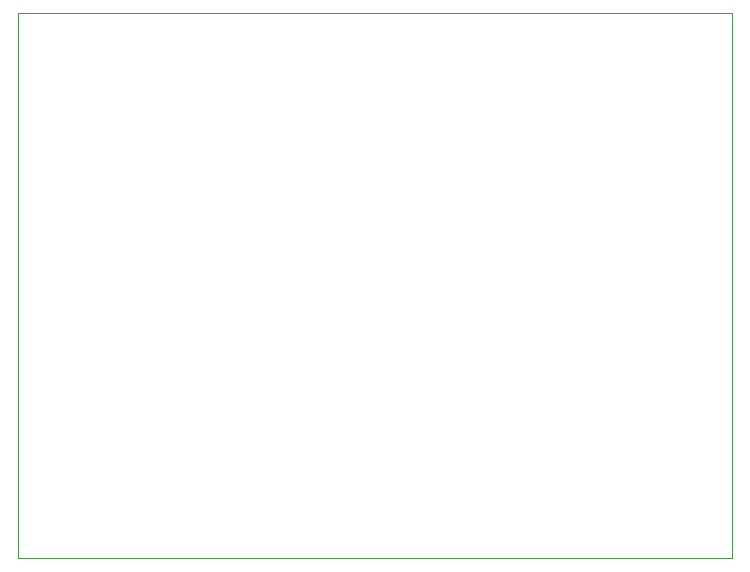
<source format=gm1>
G04 #@! TF.GenerationSoftware,KiCad,Pcbnew,9.0.6*
G04 #@! TF.CreationDate,2026-02-28T15:55:13-05:00*
G04 #@! TF.ProjectId,GoldenForm_1,476f6c64-656e-4466-9f72-6d5f312e6b69,rev?*
G04 #@! TF.SameCoordinates,Original*
G04 #@! TF.FileFunction,Profile,NP*
%FSLAX46Y46*%
G04 Gerber Fmt 4.6, Leading zero omitted, Abs format (unit mm)*
G04 Created by KiCad (PCBNEW 9.0.6) date 2026-02-28 15:55:13*
%MOMM*%
%LPD*%
G01*
G04 APERTURE LIST*
G04 #@! TA.AperFunction,Profile*
%ADD10C,0.050000*%
G04 #@! TD*
G04 APERTURE END LIST*
D10*
X67060000Y-50310000D02*
X127500000Y-50310000D01*
X127500000Y-96426000D01*
X67060000Y-96426000D01*
X67060000Y-50310000D01*
M02*

</source>
